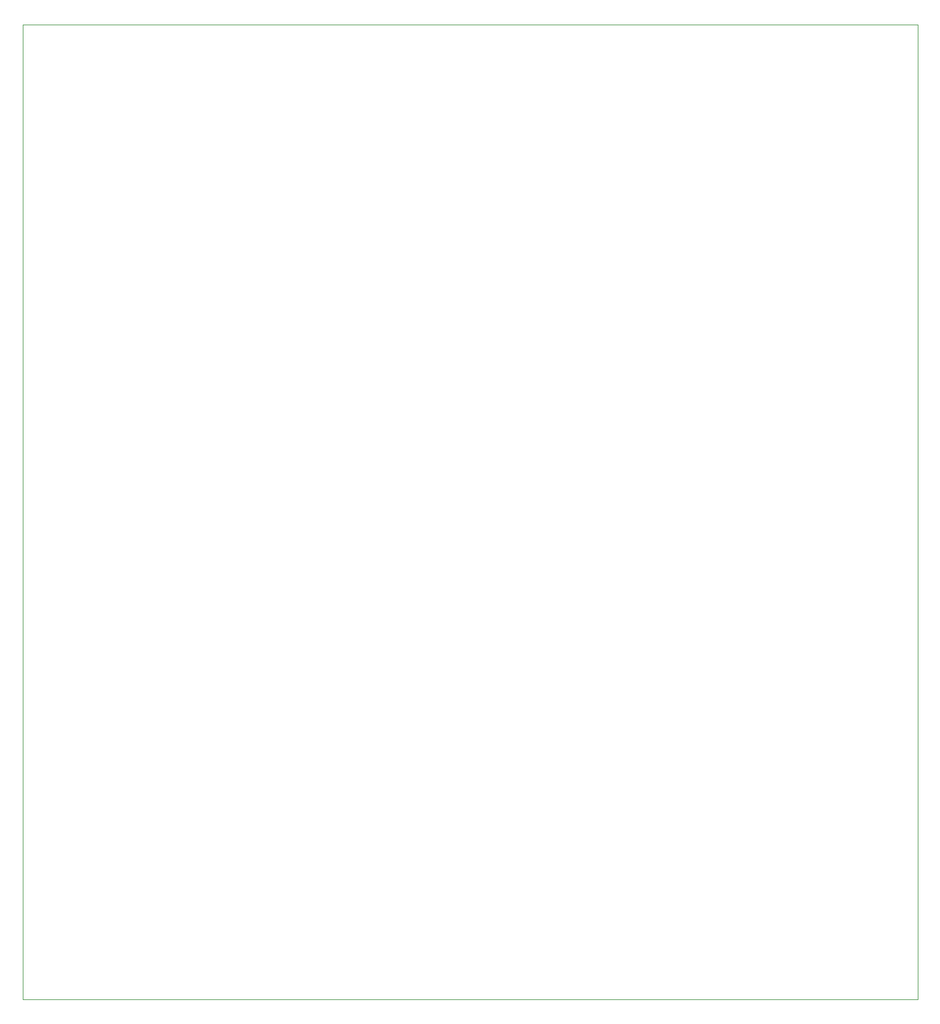
<source format=gbr>
G04 #@! TF.GenerationSoftware,KiCad,Pcbnew,(5.1.10)-1*
G04 #@! TF.CreationDate,2021-12-23T23:11:10-06:00*
G04 #@! TF.ProjectId,BTMS,42544d53-2e6b-4696-9361-645f70636258,rev?*
G04 #@! TF.SameCoordinates,Original*
G04 #@! TF.FileFunction,Profile,NP*
%FSLAX46Y46*%
G04 Gerber Fmt 4.6, Leading zero omitted, Abs format (unit mm)*
G04 Created by KiCad (PCBNEW (5.1.10)-1) date 2021-12-23 23:11:10*
%MOMM*%
%LPD*%
G01*
G04 APERTURE LIST*
G04 #@! TA.AperFunction,Profile*
%ADD10C,0.050000*%
G04 #@! TD*
G04 APERTURE END LIST*
D10*
X30988000Y-39370000D02*
X157226000Y-39370000D01*
X30988000Y-176784000D02*
X30988000Y-39370000D01*
X157226000Y-176784000D02*
X30988000Y-176784000D01*
X157226000Y-39370000D02*
X157226000Y-176784000D01*
M02*

</source>
